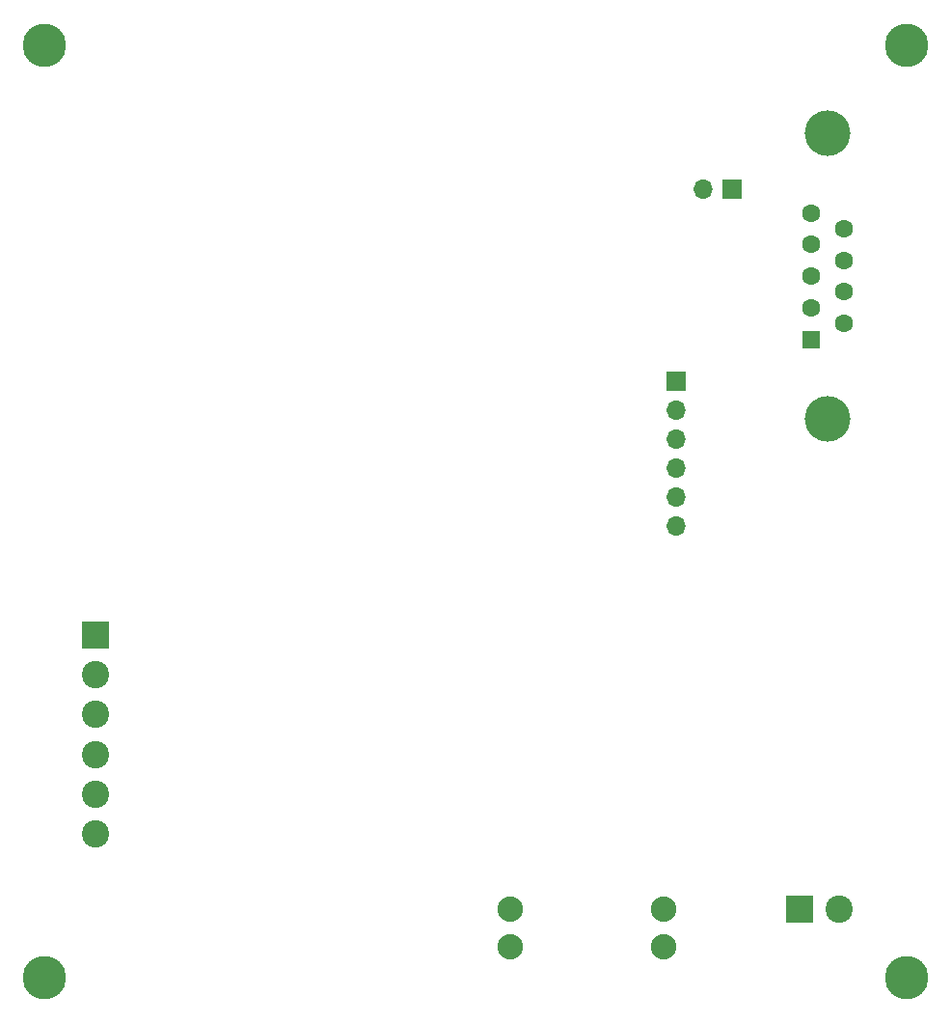
<source format=gbs>
G04 #@! TF.GenerationSoftware,KiCad,Pcbnew,(6.0.0-0)*
G04 #@! TF.CreationDate,2023-03-09T14:42:02-07:00*
G04 #@! TF.ProjectId,EVCU,45564355-2e6b-4696-9361-645f70636258,rev?*
G04 #@! TF.SameCoordinates,Original*
G04 #@! TF.FileFunction,Soldermask,Bot*
G04 #@! TF.FilePolarity,Negative*
%FSLAX46Y46*%
G04 Gerber Fmt 4.6, Leading zero omitted, Abs format (unit mm)*
G04 Created by KiCad (PCBNEW (6.0.0-0)) date 2023-03-09 14:42:02*
%MOMM*%
%LPD*%
G01*
G04 APERTURE LIST*
%ADD10C,3.800000*%
%ADD11R,2.400000X2.400000*%
%ADD12C,2.400000*%
%ADD13C,2.235200*%
%ADD14R,1.700000X1.700000*%
%ADD15O,1.700000X1.700000*%
%ADD16C,4.000000*%
%ADD17R,1.600000X1.600000*%
%ADD18C,1.600000*%
G04 APERTURE END LIST*
D10*
X83820000Y-45466000D03*
X159512000Y-45466000D03*
D11*
X150091200Y-121194600D03*
D12*
X153591200Y-121194600D03*
D13*
X138150600Y-124510800D03*
X138150600Y-121208800D03*
X124688600Y-124510800D03*
X124688600Y-121208800D03*
D14*
X144204531Y-58055200D03*
D15*
X141664531Y-58055200D03*
D14*
X139319000Y-74904600D03*
D15*
X139319000Y-77444600D03*
X139319000Y-79984600D03*
X139319000Y-82524600D03*
X139319000Y-85064600D03*
X139319000Y-87604600D03*
D10*
X159512000Y-127254000D03*
D11*
X88279200Y-97142600D03*
D12*
X88279200Y-100642600D03*
X88279200Y-104142600D03*
X88279200Y-107642600D03*
X88279200Y-111142600D03*
X88279200Y-114642600D03*
D16*
X152594869Y-78185200D03*
X152594869Y-53185200D03*
D17*
X151174869Y-71225200D03*
D18*
X151174869Y-68455200D03*
X151174869Y-65685200D03*
X151174869Y-62915200D03*
X151174869Y-60145200D03*
X154014869Y-69840200D03*
X154014869Y-67070200D03*
X154014869Y-64300200D03*
X154014869Y-61530200D03*
D10*
X83820000Y-127254000D03*
M02*

</source>
